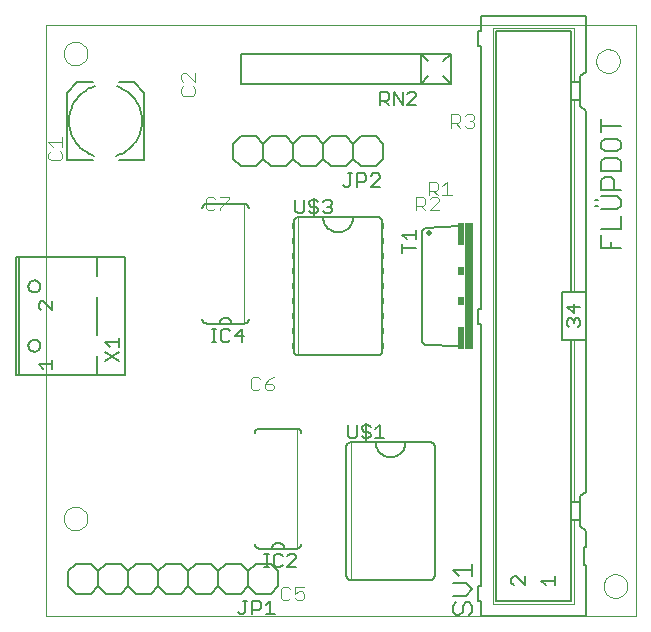
<source format=gto>
G75*
%MOIN*%
%OFA0B0*%
%FSLAX24Y24*%
%IPPOS*%
%LPD*%
%AMOC8*
5,1,8,0,0,1.08239X$1,22.5*
%
%ADD10C,0.0000*%
%ADD11C,0.0060*%
%ADD12C,0.0050*%
%ADD13C,0.0080*%
%ADD14C,0.0040*%
%ADD15C,0.0020*%
%ADD16R,0.0050X0.0200*%
%ADD17C,0.0070*%
%ADD18C,0.0200*%
%ADD19R,0.0300X0.4200*%
%ADD20R,0.0200X0.0750*%
%ADD21R,0.0200X0.0300*%
D10*
X001100Y000333D02*
X001100Y020018D01*
X020785Y020018D01*
X020785Y000333D01*
X001100Y000333D01*
X001706Y003583D02*
X001708Y003622D01*
X001714Y003661D01*
X001724Y003699D01*
X001737Y003736D01*
X001754Y003771D01*
X001774Y003805D01*
X001798Y003836D01*
X001825Y003865D01*
X001854Y003891D01*
X001886Y003914D01*
X001920Y003934D01*
X001956Y003950D01*
X001993Y003962D01*
X002032Y003971D01*
X002071Y003976D01*
X002110Y003977D01*
X002149Y003974D01*
X002188Y003967D01*
X002225Y003956D01*
X002262Y003942D01*
X002297Y003924D01*
X002330Y003903D01*
X002361Y003878D01*
X002389Y003851D01*
X002414Y003821D01*
X002436Y003788D01*
X002455Y003754D01*
X002470Y003718D01*
X002482Y003680D01*
X002490Y003642D01*
X002494Y003603D01*
X002494Y003563D01*
X002490Y003524D01*
X002482Y003486D01*
X002470Y003448D01*
X002455Y003412D01*
X002436Y003378D01*
X002414Y003345D01*
X002389Y003315D01*
X002361Y003288D01*
X002330Y003263D01*
X002297Y003242D01*
X002262Y003224D01*
X002225Y003210D01*
X002188Y003199D01*
X002149Y003192D01*
X002110Y003189D01*
X002071Y003190D01*
X002032Y003195D01*
X001993Y003204D01*
X001956Y003216D01*
X001920Y003232D01*
X001886Y003252D01*
X001854Y003275D01*
X001825Y003301D01*
X001798Y003330D01*
X001774Y003361D01*
X001754Y003395D01*
X001737Y003430D01*
X001724Y003467D01*
X001714Y003505D01*
X001708Y003544D01*
X001706Y003583D01*
X001706Y019083D02*
X001708Y019122D01*
X001714Y019161D01*
X001724Y019199D01*
X001737Y019236D01*
X001754Y019271D01*
X001774Y019305D01*
X001798Y019336D01*
X001825Y019365D01*
X001854Y019391D01*
X001886Y019414D01*
X001920Y019434D01*
X001956Y019450D01*
X001993Y019462D01*
X002032Y019471D01*
X002071Y019476D01*
X002110Y019477D01*
X002149Y019474D01*
X002188Y019467D01*
X002225Y019456D01*
X002262Y019442D01*
X002297Y019424D01*
X002330Y019403D01*
X002361Y019378D01*
X002389Y019351D01*
X002414Y019321D01*
X002436Y019288D01*
X002455Y019254D01*
X002470Y019218D01*
X002482Y019180D01*
X002490Y019142D01*
X002494Y019103D01*
X002494Y019063D01*
X002490Y019024D01*
X002482Y018986D01*
X002470Y018948D01*
X002455Y018912D01*
X002436Y018878D01*
X002414Y018845D01*
X002389Y018815D01*
X002361Y018788D01*
X002330Y018763D01*
X002297Y018742D01*
X002262Y018724D01*
X002225Y018710D01*
X002188Y018699D01*
X002149Y018692D01*
X002110Y018689D01*
X002071Y018690D01*
X002032Y018695D01*
X001993Y018704D01*
X001956Y018716D01*
X001920Y018732D01*
X001886Y018752D01*
X001854Y018775D01*
X001825Y018801D01*
X001798Y018830D01*
X001774Y018861D01*
X001754Y018895D01*
X001737Y018930D01*
X001724Y018967D01*
X001714Y019005D01*
X001708Y019044D01*
X001706Y019083D01*
X019456Y018833D02*
X019458Y018872D01*
X019464Y018911D01*
X019474Y018949D01*
X019487Y018986D01*
X019504Y019021D01*
X019524Y019055D01*
X019548Y019086D01*
X019575Y019115D01*
X019604Y019141D01*
X019636Y019164D01*
X019670Y019184D01*
X019706Y019200D01*
X019743Y019212D01*
X019782Y019221D01*
X019821Y019226D01*
X019860Y019227D01*
X019899Y019224D01*
X019938Y019217D01*
X019975Y019206D01*
X020012Y019192D01*
X020047Y019174D01*
X020080Y019153D01*
X020111Y019128D01*
X020139Y019101D01*
X020164Y019071D01*
X020186Y019038D01*
X020205Y019004D01*
X020220Y018968D01*
X020232Y018930D01*
X020240Y018892D01*
X020244Y018853D01*
X020244Y018813D01*
X020240Y018774D01*
X020232Y018736D01*
X020220Y018698D01*
X020205Y018662D01*
X020186Y018628D01*
X020164Y018595D01*
X020139Y018565D01*
X020111Y018538D01*
X020080Y018513D01*
X020047Y018492D01*
X020012Y018474D01*
X019975Y018460D01*
X019938Y018449D01*
X019899Y018442D01*
X019860Y018439D01*
X019821Y018440D01*
X019782Y018445D01*
X019743Y018454D01*
X019706Y018466D01*
X019670Y018482D01*
X019636Y018502D01*
X019604Y018525D01*
X019575Y018551D01*
X019548Y018580D01*
X019524Y018611D01*
X019504Y018645D01*
X019487Y018680D01*
X019474Y018717D01*
X019464Y018755D01*
X019458Y018794D01*
X019456Y018833D01*
X019706Y001333D02*
X019708Y001372D01*
X019714Y001411D01*
X019724Y001449D01*
X019737Y001486D01*
X019754Y001521D01*
X019774Y001555D01*
X019798Y001586D01*
X019825Y001615D01*
X019854Y001641D01*
X019886Y001664D01*
X019920Y001684D01*
X019956Y001700D01*
X019993Y001712D01*
X020032Y001721D01*
X020071Y001726D01*
X020110Y001727D01*
X020149Y001724D01*
X020188Y001717D01*
X020225Y001706D01*
X020262Y001692D01*
X020297Y001674D01*
X020330Y001653D01*
X020361Y001628D01*
X020389Y001601D01*
X020414Y001571D01*
X020436Y001538D01*
X020455Y001504D01*
X020470Y001468D01*
X020482Y001430D01*
X020490Y001392D01*
X020494Y001353D01*
X020494Y001313D01*
X020490Y001274D01*
X020482Y001236D01*
X020470Y001198D01*
X020455Y001162D01*
X020436Y001128D01*
X020414Y001095D01*
X020389Y001065D01*
X020361Y001038D01*
X020330Y001013D01*
X020297Y000992D01*
X020262Y000974D01*
X020225Y000960D01*
X020188Y000949D01*
X020149Y000942D01*
X020110Y000939D01*
X020071Y000940D01*
X020032Y000945D01*
X019993Y000954D01*
X019956Y000966D01*
X019920Y000982D01*
X019886Y001002D01*
X019854Y001025D01*
X019825Y001051D01*
X019798Y001080D01*
X019774Y001111D01*
X019754Y001145D01*
X019737Y001180D01*
X019724Y001217D01*
X019714Y001255D01*
X019708Y001294D01*
X019706Y001333D01*
D11*
X019100Y002033D02*
X019050Y002033D01*
X019050Y002633D01*
X019100Y002633D01*
X019100Y003183D01*
X018900Y003333D01*
X018900Y003533D01*
X018900Y004133D01*
X018900Y004333D01*
X019100Y004483D01*
X019100Y009533D01*
X018700Y009533D01*
X018600Y009533D01*
X018600Y004133D01*
X018600Y003533D01*
X018600Y000833D01*
X016100Y000833D01*
X016100Y019833D01*
X018600Y019833D01*
X018600Y018133D01*
X018600Y017533D01*
X018600Y011133D01*
X018700Y011133D01*
X019100Y011133D01*
X019100Y009533D01*
X018600Y009533D02*
X018300Y009533D01*
X018300Y011133D01*
X018600Y011133D01*
X019100Y011133D02*
X019100Y017183D01*
X018900Y017333D01*
X018900Y017533D01*
X018900Y018133D01*
X018700Y018133D01*
X018600Y018133D01*
X018900Y018133D02*
X018900Y018333D01*
X019100Y018483D01*
X019100Y020333D01*
X015600Y020333D01*
X015600Y019833D01*
X015500Y019833D01*
X015500Y019333D01*
X015600Y019333D01*
X015600Y010583D01*
X015500Y010583D01*
X015500Y010083D01*
X015600Y010083D01*
X015600Y001333D01*
X015500Y001333D01*
X015500Y000833D01*
X015600Y000833D01*
X015600Y000333D01*
X019100Y000333D01*
X019100Y002033D01*
X018900Y003533D02*
X018700Y003533D01*
X018600Y003533D01*
X018600Y004133D02*
X018700Y004133D01*
X018900Y004133D01*
X014070Y005983D02*
X014070Y001683D01*
X014068Y001660D01*
X014063Y001637D01*
X014054Y001615D01*
X014041Y001595D01*
X014026Y001577D01*
X014008Y001562D01*
X013988Y001549D01*
X013966Y001540D01*
X013943Y001535D01*
X013920Y001533D01*
X011280Y001533D01*
X011257Y001535D01*
X011234Y001540D01*
X011212Y001549D01*
X011192Y001562D01*
X011174Y001577D01*
X011159Y001595D01*
X011146Y001615D01*
X011137Y001637D01*
X011132Y001660D01*
X011130Y001683D01*
X011130Y005983D01*
X011132Y006006D01*
X011137Y006029D01*
X011146Y006051D01*
X011159Y006071D01*
X011174Y006089D01*
X011192Y006104D01*
X011212Y006117D01*
X011234Y006126D01*
X011257Y006131D01*
X011280Y006133D01*
X012100Y006133D01*
X013100Y006133D01*
X013920Y006133D01*
X013943Y006131D01*
X013966Y006126D01*
X013988Y006117D01*
X014008Y006104D01*
X014026Y006089D01*
X014041Y006071D01*
X014054Y006051D01*
X014063Y006029D01*
X014068Y006006D01*
X014070Y005983D01*
X013100Y006133D02*
X013098Y006089D01*
X013092Y006046D01*
X013083Y006004D01*
X013070Y005962D01*
X013053Y005922D01*
X013033Y005883D01*
X013010Y005846D01*
X012983Y005812D01*
X012954Y005779D01*
X012921Y005750D01*
X012887Y005723D01*
X012850Y005700D01*
X012811Y005680D01*
X012771Y005663D01*
X012729Y005650D01*
X012687Y005641D01*
X012644Y005635D01*
X012600Y005633D01*
X012556Y005635D01*
X012513Y005641D01*
X012471Y005650D01*
X012429Y005663D01*
X012389Y005680D01*
X012350Y005700D01*
X012313Y005723D01*
X012279Y005750D01*
X012246Y005779D01*
X012217Y005812D01*
X012190Y005846D01*
X012167Y005883D01*
X012147Y005922D01*
X012130Y005962D01*
X012117Y006004D01*
X012108Y006046D01*
X012102Y006089D01*
X012100Y006133D01*
X009620Y006433D02*
X009618Y006456D01*
X009613Y006479D01*
X009604Y006501D01*
X009591Y006521D01*
X009576Y006539D01*
X009558Y006554D01*
X009538Y006567D01*
X009516Y006576D01*
X009493Y006581D01*
X009470Y006583D01*
X008230Y006583D01*
X008207Y006581D01*
X008184Y006576D01*
X008162Y006567D01*
X008142Y006554D01*
X008124Y006539D01*
X008109Y006521D01*
X008096Y006501D01*
X008087Y006479D01*
X008082Y006456D01*
X008080Y006433D01*
X009530Y009033D02*
X012170Y009033D01*
X012193Y009035D01*
X012216Y009040D01*
X012238Y009049D01*
X012258Y009062D01*
X012276Y009077D01*
X012291Y009095D01*
X012304Y009115D01*
X012313Y009137D01*
X012318Y009160D01*
X012320Y009183D01*
X012320Y013483D01*
X012318Y013506D01*
X012313Y013529D01*
X012304Y013551D01*
X012291Y013571D01*
X012276Y013589D01*
X012258Y013604D01*
X012238Y013617D01*
X012216Y013626D01*
X012193Y013631D01*
X012170Y013633D01*
X011350Y013633D01*
X010350Y013633D01*
X009530Y013633D01*
X009507Y013631D01*
X009484Y013626D01*
X009462Y013617D01*
X009442Y013604D01*
X009424Y013589D01*
X009409Y013571D01*
X009396Y013551D01*
X009387Y013529D01*
X009382Y013506D01*
X009380Y013483D01*
X009380Y009183D01*
X009382Y009160D01*
X009387Y009137D01*
X009396Y009115D01*
X009409Y009095D01*
X009424Y009077D01*
X009442Y009062D01*
X009462Y009049D01*
X009484Y009040D01*
X009507Y009035D01*
X009530Y009033D01*
X007720Y010083D02*
X007300Y010083D01*
X006900Y010083D01*
X006480Y010083D01*
X006457Y010085D01*
X006434Y010090D01*
X006412Y010099D01*
X006392Y010112D01*
X006374Y010127D01*
X006359Y010145D01*
X006346Y010165D01*
X006337Y010187D01*
X006332Y010210D01*
X006330Y010233D01*
X006900Y010083D02*
X006902Y010110D01*
X006907Y010137D01*
X006917Y010163D01*
X006929Y010187D01*
X006945Y010209D01*
X006963Y010229D01*
X006985Y010246D01*
X007008Y010261D01*
X007033Y010271D01*
X007059Y010279D01*
X007086Y010283D01*
X007114Y010283D01*
X007141Y010279D01*
X007167Y010271D01*
X007192Y010261D01*
X007215Y010246D01*
X007237Y010229D01*
X007255Y010209D01*
X007271Y010187D01*
X007283Y010163D01*
X007293Y010137D01*
X007298Y010110D01*
X007300Y010083D01*
X007720Y010083D02*
X007743Y010085D01*
X007766Y010090D01*
X007788Y010099D01*
X007808Y010112D01*
X007826Y010127D01*
X007841Y010145D01*
X007854Y010165D01*
X007863Y010187D01*
X007868Y010210D01*
X007870Y010233D01*
X010350Y013633D02*
X010352Y013589D01*
X010358Y013546D01*
X010367Y013504D01*
X010380Y013462D01*
X010397Y013422D01*
X010417Y013383D01*
X010440Y013346D01*
X010467Y013312D01*
X010496Y013279D01*
X010529Y013250D01*
X010563Y013223D01*
X010600Y013200D01*
X010639Y013180D01*
X010679Y013163D01*
X010721Y013150D01*
X010763Y013141D01*
X010806Y013135D01*
X010850Y013133D01*
X010894Y013135D01*
X010937Y013141D01*
X010979Y013150D01*
X011021Y013163D01*
X011061Y013180D01*
X011100Y013200D01*
X011137Y013223D01*
X011171Y013250D01*
X011204Y013279D01*
X011233Y013312D01*
X011260Y013346D01*
X011283Y013383D01*
X011303Y013422D01*
X011320Y013462D01*
X011333Y013504D01*
X011342Y013546D01*
X011348Y013589D01*
X011350Y013633D01*
X011100Y015333D02*
X010600Y015333D01*
X010350Y015583D01*
X010350Y016083D01*
X010600Y016333D01*
X011100Y016333D01*
X011350Y016083D01*
X011600Y016333D01*
X012100Y016333D01*
X012350Y016083D01*
X012350Y015583D01*
X012100Y015333D01*
X011600Y015333D01*
X011350Y015583D01*
X011100Y015333D01*
X011350Y015583D02*
X011350Y016083D01*
X010350Y016083D02*
X010100Y016333D01*
X009600Y016333D01*
X009350Y016083D01*
X009100Y016333D01*
X008600Y016333D01*
X008350Y016083D01*
X008100Y016333D01*
X007600Y016333D01*
X007350Y016083D01*
X007350Y015583D01*
X007600Y015333D01*
X008100Y015333D01*
X008350Y015583D01*
X008350Y016083D01*
X008350Y015583D02*
X008600Y015333D01*
X009100Y015333D01*
X009350Y015583D01*
X009350Y016083D01*
X009350Y015583D02*
X009600Y015333D01*
X010100Y015333D01*
X010350Y015583D01*
X007720Y014083D02*
X006480Y014083D01*
X006457Y014081D01*
X006434Y014076D01*
X006412Y014067D01*
X006392Y014054D01*
X006374Y014039D01*
X006359Y014021D01*
X006346Y014001D01*
X006337Y013979D01*
X006332Y013956D01*
X006330Y013933D01*
X007720Y014083D02*
X007743Y014081D01*
X007766Y014076D01*
X007788Y014067D01*
X007808Y014054D01*
X007826Y014039D01*
X007841Y014021D01*
X007854Y014001D01*
X007863Y013979D01*
X007868Y013956D01*
X007870Y013933D01*
X007600Y018083D02*
X013600Y018083D01*
X014600Y018083D01*
X014350Y018333D01*
X014600Y018083D02*
X014600Y019083D01*
X013600Y019083D01*
X007600Y019083D01*
X007600Y018083D01*
X013600Y018083D02*
X013600Y019083D01*
X013850Y018833D01*
X013850Y018333D02*
X013600Y018083D01*
X014350Y018833D02*
X014600Y019083D01*
X018600Y017533D02*
X018700Y017533D01*
X018900Y017533D01*
X019630Y016896D02*
X019630Y016469D01*
X019630Y016682D02*
X020270Y016682D01*
X020163Y016251D02*
X019736Y016251D01*
X019630Y016144D01*
X019630Y015931D01*
X019736Y015824D01*
X020163Y015824D01*
X020270Y015931D01*
X020270Y016144D01*
X020163Y016251D01*
X020163Y015607D02*
X019736Y015607D01*
X019630Y015500D01*
X019630Y015180D01*
X020270Y015180D01*
X020270Y015500D01*
X020163Y015607D01*
X019950Y014962D02*
X019736Y014962D01*
X019630Y014855D01*
X019630Y014535D01*
X020270Y014535D01*
X020057Y014535D02*
X020057Y014855D01*
X019950Y014962D01*
X020163Y014318D02*
X019630Y014318D01*
X019523Y014211D02*
X019416Y014211D01*
X019416Y013997D02*
X019523Y013997D01*
X019630Y013891D02*
X020163Y013891D01*
X020270Y013997D01*
X020270Y014211D01*
X020163Y014318D01*
X020270Y013673D02*
X020270Y013246D01*
X019630Y013246D01*
X019630Y013029D02*
X019630Y012601D01*
X020270Y012601D01*
X019950Y012601D02*
X019950Y012815D01*
X014900Y013333D02*
X013750Y013283D01*
X013650Y013183D01*
X013650Y009483D01*
X013750Y009383D01*
X014900Y009333D01*
X009620Y002733D02*
X009618Y002710D01*
X009613Y002687D01*
X009604Y002665D01*
X009591Y002645D01*
X009576Y002627D01*
X009558Y002612D01*
X009538Y002599D01*
X009516Y002590D01*
X009493Y002585D01*
X009470Y002583D01*
X009050Y002583D01*
X008650Y002583D01*
X008230Y002583D01*
X008207Y002585D01*
X008184Y002590D01*
X008162Y002599D01*
X008142Y002612D01*
X008124Y002627D01*
X008109Y002645D01*
X008096Y002665D01*
X008087Y002687D01*
X008082Y002710D01*
X008080Y002733D01*
X008100Y002083D02*
X008600Y002083D01*
X008850Y001833D01*
X008850Y001333D01*
X008600Y001083D01*
X008100Y001083D01*
X007850Y001333D01*
X007600Y001083D01*
X007100Y001083D01*
X006850Y001333D01*
X006850Y001833D01*
X007100Y002083D01*
X007600Y002083D01*
X007850Y001833D01*
X008100Y002083D01*
X007850Y001833D02*
X007850Y001333D01*
X006850Y001333D02*
X006600Y001083D01*
X006100Y001083D01*
X005850Y001333D01*
X005600Y001083D01*
X005100Y001083D01*
X004850Y001333D01*
X004600Y001083D01*
X004100Y001083D01*
X003850Y001333D01*
X003850Y001833D01*
X004100Y002083D01*
X004600Y002083D01*
X004850Y001833D01*
X005100Y002083D01*
X005600Y002083D01*
X005850Y001833D01*
X006100Y002083D01*
X006600Y002083D01*
X006850Y001833D01*
X005850Y001833D02*
X005850Y001333D01*
X004850Y001333D02*
X004850Y001833D01*
X003850Y001833D02*
X003600Y002083D01*
X003100Y002083D01*
X002850Y001833D01*
X002600Y002083D01*
X002100Y002083D01*
X001850Y001833D01*
X001850Y001333D01*
X002100Y001083D01*
X002600Y001083D01*
X002850Y001333D01*
X002850Y001833D01*
X002850Y001333D02*
X003100Y001083D01*
X003600Y001083D01*
X003850Y001333D01*
X008650Y002583D02*
X008652Y002610D01*
X008657Y002637D01*
X008667Y002663D01*
X008679Y002687D01*
X008695Y002709D01*
X008713Y002729D01*
X008735Y002746D01*
X008758Y002761D01*
X008783Y002771D01*
X008809Y002779D01*
X008836Y002783D01*
X008864Y002783D01*
X008891Y002779D01*
X008917Y002771D01*
X008942Y002761D01*
X008965Y002746D01*
X008987Y002729D01*
X009005Y002709D01*
X009021Y002687D01*
X009033Y002663D01*
X009043Y002637D01*
X009048Y002610D01*
X009050Y002583D01*
X003750Y008369D02*
X002810Y008369D01*
X000210Y008369D01*
X000130Y008369D01*
X000130Y012299D01*
X000210Y012299D01*
X002810Y012299D01*
X003750Y012299D01*
X003750Y008369D01*
X002810Y008369D02*
X002810Y008999D01*
X002810Y009699D02*
X002810Y010969D01*
X002810Y011669D02*
X002810Y012299D01*
X000530Y011319D02*
X000532Y011347D01*
X000538Y011374D01*
X000547Y011400D01*
X000560Y011425D01*
X000577Y011448D01*
X000596Y011468D01*
X000618Y011485D01*
X000642Y011499D01*
X000668Y011509D01*
X000695Y011516D01*
X000723Y011519D01*
X000751Y011518D01*
X000778Y011513D01*
X000805Y011504D01*
X000830Y011492D01*
X000853Y011477D01*
X000874Y011458D01*
X000892Y011437D01*
X000907Y011413D01*
X000918Y011387D01*
X000926Y011361D01*
X000930Y011333D01*
X000930Y011305D01*
X000926Y011277D01*
X000918Y011251D01*
X000907Y011225D01*
X000892Y011201D01*
X000874Y011180D01*
X000853Y011161D01*
X000830Y011146D01*
X000805Y011134D01*
X000778Y011125D01*
X000751Y011120D01*
X000723Y011119D01*
X000695Y011122D01*
X000668Y011129D01*
X000642Y011139D01*
X000618Y011153D01*
X000596Y011170D01*
X000577Y011190D01*
X000560Y011213D01*
X000547Y011238D01*
X000538Y011264D01*
X000532Y011291D01*
X000530Y011319D01*
X000210Y012299D02*
X000210Y008369D01*
X000530Y009349D02*
X000532Y009377D01*
X000538Y009404D01*
X000547Y009430D01*
X000560Y009455D01*
X000577Y009478D01*
X000596Y009498D01*
X000618Y009515D01*
X000642Y009529D01*
X000668Y009539D01*
X000695Y009546D01*
X000723Y009549D01*
X000751Y009548D01*
X000778Y009543D01*
X000805Y009534D01*
X000830Y009522D01*
X000853Y009507D01*
X000874Y009488D01*
X000892Y009467D01*
X000907Y009443D01*
X000918Y009417D01*
X000926Y009391D01*
X000930Y009363D01*
X000930Y009335D01*
X000926Y009307D01*
X000918Y009281D01*
X000907Y009255D01*
X000892Y009231D01*
X000874Y009210D01*
X000853Y009191D01*
X000830Y009176D01*
X000805Y009164D01*
X000778Y009155D01*
X000751Y009150D01*
X000723Y009149D01*
X000695Y009152D01*
X000668Y009159D01*
X000642Y009169D01*
X000618Y009183D01*
X000596Y009200D01*
X000577Y009220D01*
X000560Y009243D01*
X000547Y009268D01*
X000538Y009294D01*
X000532Y009321D01*
X000530Y009349D01*
D12*
X000875Y008724D02*
X001325Y008724D01*
X001325Y008574D02*
X001325Y008874D01*
X001025Y008574D02*
X000875Y008724D01*
X000950Y010524D02*
X000875Y010599D01*
X000875Y010749D01*
X000950Y010824D01*
X001025Y010824D01*
X001325Y010524D01*
X001325Y010824D01*
X003095Y009455D02*
X003545Y009455D01*
X003545Y009605D02*
X003545Y009304D01*
X003545Y009144D02*
X003095Y008844D01*
X003095Y009144D02*
X003545Y008844D01*
X003245Y009304D02*
X003095Y009455D01*
X006647Y009458D02*
X006797Y009458D01*
X006722Y009458D02*
X006722Y009909D01*
X006647Y009909D02*
X006797Y009909D01*
X006954Y009834D02*
X006954Y009533D01*
X007029Y009458D01*
X007179Y009458D01*
X007255Y009533D01*
X007415Y009684D02*
X007715Y009684D01*
X007640Y009909D02*
X007640Y009458D01*
X007415Y009684D02*
X007640Y009909D01*
X007255Y009834D02*
X007179Y009909D01*
X007029Y009909D01*
X006954Y009834D01*
X010036Y013683D02*
X010036Y014284D01*
X010111Y014209D02*
X010186Y014134D01*
X010111Y014209D02*
X009961Y014209D01*
X009885Y014134D01*
X009885Y014059D01*
X009961Y013984D01*
X010111Y013984D01*
X010186Y013908D01*
X010186Y013833D01*
X010111Y013758D01*
X009961Y013758D01*
X009885Y013833D01*
X009725Y013833D02*
X009725Y014209D01*
X009425Y014209D02*
X009425Y013833D01*
X009500Y013758D01*
X009650Y013758D01*
X009725Y013833D01*
X010346Y013833D02*
X010421Y013758D01*
X010571Y013758D01*
X010646Y013833D01*
X010646Y013908D01*
X010571Y013984D01*
X010496Y013984D01*
X010571Y013984D02*
X010646Y014059D01*
X010646Y014134D01*
X010571Y014209D01*
X010421Y014209D01*
X010346Y014134D01*
X011024Y014713D02*
X011099Y014638D01*
X011174Y014638D01*
X011249Y014713D01*
X011249Y015089D01*
X011174Y015089D02*
X011324Y015089D01*
X011484Y015089D02*
X011709Y015089D01*
X011785Y015014D01*
X011785Y014864D01*
X011709Y014788D01*
X011484Y014788D01*
X011484Y014638D02*
X011484Y015089D01*
X011945Y015014D02*
X012020Y015089D01*
X012170Y015089D01*
X012245Y015014D01*
X012245Y014939D01*
X011945Y014638D01*
X012245Y014638D01*
X013445Y013198D02*
X013445Y012898D01*
X013445Y013048D02*
X012995Y013048D01*
X013145Y012898D01*
X012995Y012738D02*
X012995Y012438D01*
X012995Y012588D02*
X013445Y012588D01*
X013465Y017358D02*
X013165Y017358D01*
X013465Y017659D01*
X013465Y017734D01*
X013390Y017809D01*
X013240Y017809D01*
X013165Y017734D01*
X013005Y017809D02*
X013005Y017358D01*
X012704Y017809D01*
X012704Y017358D01*
X012544Y017358D02*
X012394Y017508D01*
X012469Y017508D02*
X012244Y017508D01*
X012244Y017358D02*
X012244Y017809D01*
X012469Y017809D01*
X012544Y017734D01*
X012544Y017584D01*
X012469Y017508D01*
X018475Y010644D02*
X018700Y010419D01*
X018700Y010719D01*
X018925Y010644D02*
X018475Y010644D01*
X018550Y010259D02*
X018625Y010259D01*
X018700Y010184D01*
X018775Y010259D01*
X018850Y010259D01*
X018925Y010184D01*
X018925Y010033D01*
X018850Y009958D01*
X018700Y010108D02*
X018700Y010184D01*
X018550Y010259D02*
X018475Y010184D01*
X018475Y010033D01*
X018550Y009958D01*
X012246Y006709D02*
X012246Y006258D01*
X012096Y006258D02*
X012396Y006258D01*
X012096Y006559D02*
X012246Y006709D01*
X011936Y006634D02*
X011861Y006709D01*
X011711Y006709D01*
X011635Y006634D01*
X011635Y006559D01*
X011711Y006484D01*
X011861Y006484D01*
X011936Y006408D01*
X011936Y006333D01*
X011861Y006258D01*
X011711Y006258D01*
X011635Y006333D01*
X011475Y006333D02*
X011475Y006709D01*
X011175Y006709D02*
X011175Y006333D01*
X011250Y006258D01*
X011400Y006258D01*
X011475Y006333D01*
X011786Y006183D02*
X011786Y006784D01*
X009390Y002409D02*
X009240Y002409D01*
X009165Y002334D01*
X009005Y002334D02*
X008929Y002409D01*
X008779Y002409D01*
X008704Y002334D01*
X008704Y002033D01*
X008779Y001958D01*
X008929Y001958D01*
X009005Y002033D01*
X009165Y001958D02*
X009465Y002259D01*
X009465Y002334D01*
X009390Y002409D01*
X009465Y001958D02*
X009165Y001958D01*
X008547Y001958D02*
X008397Y001958D01*
X008472Y001958D02*
X008472Y002409D01*
X008397Y002409D02*
X008547Y002409D01*
X008595Y000839D02*
X008595Y000388D01*
X008445Y000388D02*
X008745Y000388D01*
X008445Y000689D02*
X008595Y000839D01*
X008285Y000764D02*
X008285Y000614D01*
X008209Y000538D01*
X007984Y000538D01*
X007984Y000388D02*
X007984Y000839D01*
X008209Y000839D01*
X008285Y000764D01*
X007824Y000839D02*
X007674Y000839D01*
X007749Y000839D02*
X007749Y000463D01*
X007674Y000388D01*
X007599Y000388D01*
X007524Y000463D01*
X016625Y001433D02*
X016700Y001358D01*
X016625Y001433D02*
X016625Y001584D01*
X016700Y001659D01*
X016775Y001659D01*
X017075Y001358D01*
X017075Y001659D01*
X017625Y001508D02*
X018075Y001508D01*
X018075Y001358D02*
X018075Y001659D01*
X017775Y001358D02*
X017625Y001508D01*
D13*
X004399Y015534D02*
X003533Y015534D01*
X002667Y015534D02*
X001801Y015534D01*
X001801Y017778D01*
X002155Y018133D01*
X002667Y018133D01*
X003533Y018133D02*
X004045Y018133D01*
X004399Y017778D01*
X004399Y015534D01*
X002726Y015672D02*
X002661Y015695D01*
X002598Y015721D01*
X002537Y015751D01*
X002477Y015785D01*
X002419Y015821D01*
X002363Y015861D01*
X002310Y015904D01*
X002259Y015950D01*
X002211Y015999D01*
X002166Y016050D01*
X002123Y016104D01*
X002084Y016160D01*
X002048Y016218D01*
X002015Y016279D01*
X001986Y016341D01*
X001960Y016404D01*
X001938Y016469D01*
X001919Y016535D01*
X001905Y016602D01*
X001894Y016669D01*
X001887Y016738D01*
X001883Y016806D01*
X001884Y016875D01*
X001888Y016943D01*
X001897Y017011D01*
X001909Y017078D01*
X001924Y017145D01*
X001944Y017211D01*
X001967Y017275D01*
X001994Y017338D01*
X002025Y017400D01*
X002058Y017459D01*
X002095Y017517D01*
X002136Y017572D01*
X002179Y017625D01*
X002225Y017676D01*
X002274Y017724D01*
X002326Y017769D01*
X002380Y017811D01*
X002436Y017850D01*
X002495Y017886D01*
X002555Y017918D01*
X002617Y017947D01*
X002681Y017973D01*
X002746Y017994D01*
X003474Y017994D02*
X003539Y017971D01*
X003602Y017945D01*
X003663Y017915D01*
X003723Y017881D01*
X003781Y017845D01*
X003837Y017805D01*
X003890Y017762D01*
X003941Y017716D01*
X003989Y017667D01*
X004034Y017616D01*
X004077Y017562D01*
X004116Y017506D01*
X004152Y017448D01*
X004185Y017387D01*
X004214Y017325D01*
X004240Y017262D01*
X004262Y017197D01*
X004281Y017131D01*
X004295Y017064D01*
X004306Y016997D01*
X004313Y016928D01*
X004317Y016860D01*
X004316Y016791D01*
X004312Y016723D01*
X004303Y016655D01*
X004291Y016588D01*
X004276Y016521D01*
X004256Y016455D01*
X004233Y016391D01*
X004206Y016328D01*
X004175Y016266D01*
X004142Y016207D01*
X004105Y016149D01*
X004064Y016094D01*
X004021Y016041D01*
X003975Y015990D01*
X003926Y015942D01*
X003874Y015897D01*
X003820Y015855D01*
X003764Y015816D01*
X003705Y015780D01*
X003645Y015748D01*
X003583Y015719D01*
X003519Y015693D01*
X003454Y015672D01*
D14*
X001651Y015595D02*
X001574Y015519D01*
X001267Y015519D01*
X001191Y015595D01*
X001191Y015749D01*
X001267Y015826D01*
X001344Y015979D02*
X001191Y016133D01*
X001651Y016133D01*
X001651Y016286D02*
X001651Y015979D01*
X001574Y015826D02*
X001651Y015749D01*
X001651Y015595D01*
X005620Y017759D02*
X005696Y017683D01*
X006003Y017683D01*
X006080Y017759D01*
X006080Y017913D01*
X006003Y017989D01*
X006080Y018143D02*
X005773Y018450D01*
X005696Y018450D01*
X005620Y018373D01*
X005620Y018220D01*
X005696Y018143D01*
X005696Y017989D02*
X005620Y017913D01*
X005620Y017759D01*
X006080Y018143D02*
X006080Y018450D01*
X006526Y014314D02*
X006449Y014237D01*
X006449Y013930D01*
X006526Y013853D01*
X006679Y013853D01*
X006756Y013930D01*
X006910Y013930D02*
X006910Y013853D01*
X006910Y013930D02*
X007217Y014237D01*
X007217Y014314D01*
X006910Y014314D01*
X006756Y014237D02*
X006679Y014314D01*
X006526Y014314D01*
X008026Y008314D02*
X007949Y008237D01*
X007949Y007930D01*
X008026Y007853D01*
X008179Y007853D01*
X008256Y007930D01*
X008410Y007930D02*
X008486Y007853D01*
X008640Y007853D01*
X008717Y007930D01*
X008717Y008007D01*
X008640Y008084D01*
X008410Y008084D01*
X008410Y007930D01*
X008410Y008084D02*
X008563Y008237D01*
X008717Y008314D01*
X008256Y008237D02*
X008179Y008314D01*
X008026Y008314D01*
X013449Y013853D02*
X013449Y014314D01*
X013679Y014314D01*
X013756Y014237D01*
X013756Y014084D01*
X013679Y014007D01*
X013449Y014007D01*
X013603Y014007D02*
X013756Y013853D01*
X013910Y013853D02*
X014217Y014160D01*
X014217Y014237D01*
X014140Y014314D01*
X013986Y014314D01*
X013910Y014237D01*
X013870Y014353D02*
X013870Y014814D01*
X014100Y014814D01*
X014177Y014737D01*
X014177Y014584D01*
X014100Y014507D01*
X013870Y014507D01*
X014024Y014507D02*
X014177Y014353D01*
X014330Y014353D02*
X014637Y014353D01*
X014484Y014353D02*
X014484Y014814D01*
X014330Y014660D01*
X014217Y013853D02*
X013910Y013853D01*
X014620Y016603D02*
X014620Y017064D01*
X014850Y017064D01*
X014927Y016987D01*
X014927Y016834D01*
X014850Y016757D01*
X014620Y016757D01*
X014774Y016757D02*
X014927Y016603D01*
X015080Y016680D02*
X015157Y016603D01*
X015311Y016603D01*
X015387Y016680D01*
X015387Y016757D01*
X015311Y016834D01*
X015234Y016834D01*
X015311Y016834D02*
X015387Y016910D01*
X015387Y016987D01*
X015311Y017064D01*
X015157Y017064D01*
X015080Y016987D01*
X009717Y001314D02*
X009410Y001314D01*
X009410Y001084D01*
X009563Y001160D01*
X009640Y001160D01*
X009717Y001084D01*
X009717Y000930D01*
X009640Y000853D01*
X009486Y000853D01*
X009410Y000930D01*
X009256Y000930D02*
X009179Y000853D01*
X009026Y000853D01*
X008949Y000930D01*
X008949Y001237D01*
X009026Y001314D01*
X009179Y001314D01*
X009256Y001237D01*
D15*
X009480Y002583D02*
X009480Y006583D01*
X011270Y006133D02*
X011270Y001533D01*
X016000Y000733D02*
X018700Y000733D01*
X018700Y003533D01*
X018700Y004133D02*
X018700Y009533D01*
X018700Y011133D02*
X018700Y017533D01*
X018700Y018133D02*
X018700Y019933D01*
X016000Y019933D01*
X016000Y000733D01*
X009520Y009033D02*
X009520Y013633D01*
X007730Y014083D02*
X007730Y010083D01*
D16*
X009355Y009833D03*
X009355Y010333D03*
X009355Y010833D03*
X009355Y011333D03*
X009355Y011833D03*
X009355Y012333D03*
X009355Y012833D03*
X009355Y013333D03*
X012345Y013333D03*
X012345Y012833D03*
X012345Y012333D03*
X012345Y011833D03*
X012345Y011333D03*
X012345Y010833D03*
X012345Y010333D03*
X012345Y009833D03*
X012345Y009333D03*
X009355Y009333D03*
X011105Y005833D03*
X011105Y005333D03*
X011105Y004833D03*
X011105Y004333D03*
X011105Y003833D03*
X011105Y003333D03*
X011105Y002833D03*
X011105Y002333D03*
X011105Y001833D03*
X014095Y001833D03*
X014095Y002333D03*
X014095Y002833D03*
X014095Y003333D03*
X014095Y003833D03*
X014095Y004333D03*
X014095Y004833D03*
X014095Y005333D03*
X014095Y005833D03*
D17*
X015315Y002078D02*
X015315Y001657D01*
X015315Y001868D02*
X014685Y001868D01*
X014895Y001657D01*
X015105Y001433D02*
X014685Y001433D01*
X015105Y001433D02*
X015315Y001223D01*
X015105Y001013D01*
X014685Y001013D01*
X014790Y000789D02*
X014685Y000684D01*
X014685Y000473D01*
X014790Y000368D01*
X014895Y000368D01*
X015000Y000473D01*
X015000Y000684D01*
X015105Y000789D01*
X015210Y000789D01*
X015315Y000684D01*
X015315Y000473D01*
X015210Y000368D01*
D18*
X013890Y013103D03*
D19*
X015200Y011333D03*
D20*
X014950Y013058D03*
X014950Y009608D03*
D21*
X014950Y010833D03*
X014950Y011833D03*
M02*

</source>
